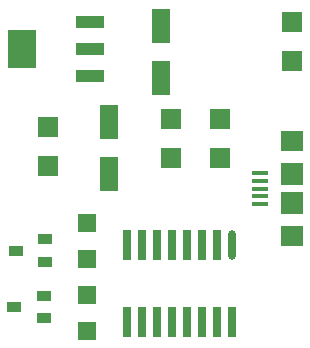
<source format=gtp>
G04*
G04 #@! TF.GenerationSoftware,Altium Limited,Altium Designer,25.8.1 (18)*
G04*
G04 Layer_Color=8421504*
%FSLAX44Y44*%
%MOMM*%
G71*
G04*
G04 #@! TF.SameCoordinates,9F860039-6082-445F-9F98-FDF6B6AB7181*
G04*
G04*
G04 #@! TF.FilePolarity,Positive*
G04*
G01*
G75*
%ADD17R,1.3500X0.4000*%
%ADD18R,1.9000X1.8000*%
%ADD19R,1.9000X1.9000*%
%ADD20R,1.2000X0.8500*%
%ADD21R,1.6000X1.5000*%
%ADD22R,0.6350X2.5000*%
%ADD23O,0.6350X2.5000*%
%ADD24R,2.4000X1.0000*%
%ADD25R,2.4000X3.3000*%
%ADD26R,1.7000X1.7000*%
%ADD27R,1.6000X3.0000*%
D17*
X253250Y141750D02*
D03*
Y135250D02*
D03*
Y128750D02*
D03*
Y148250D02*
D03*
Y154750D02*
D03*
D18*
X280000Y101750D02*
D03*
Y181750D02*
D03*
D19*
Y153750D02*
D03*
Y129750D02*
D03*
D20*
X70000Y51105D02*
D03*
X69946Y31852D02*
D03*
X45000Y41301D02*
D03*
X71250Y98605D02*
D03*
X71196Y79352D02*
D03*
X46250Y88801D02*
D03*
D21*
X106250Y51250D02*
D03*
Y21250D02*
D03*
Y82500D02*
D03*
Y112500D02*
D03*
D22*
X216501Y93750D02*
D03*
X203802D02*
D03*
X191102D02*
D03*
X178402D02*
D03*
X165702D02*
D03*
X153002D02*
D03*
X140302D02*
D03*
X140301Y28750D02*
D03*
X153001D02*
D03*
X165701D02*
D03*
X178401D02*
D03*
X191101D02*
D03*
X203801D02*
D03*
X216501D02*
D03*
X229201D02*
D03*
D23*
Y93750D02*
D03*
D24*
X109000Y237000D02*
D03*
Y260000D02*
D03*
Y283000D02*
D03*
D25*
X51000Y260000D02*
D03*
D26*
X73750Y161000D02*
D03*
Y194000D02*
D03*
X177500Y167250D02*
D03*
Y200250D02*
D03*
X280000Y249750D02*
D03*
Y282750D02*
D03*
X218750Y200250D02*
D03*
Y167250D02*
D03*
D27*
X125000Y154250D02*
D03*
Y198250D02*
D03*
X168750Y235500D02*
D03*
Y279500D02*
D03*
M02*

</source>
